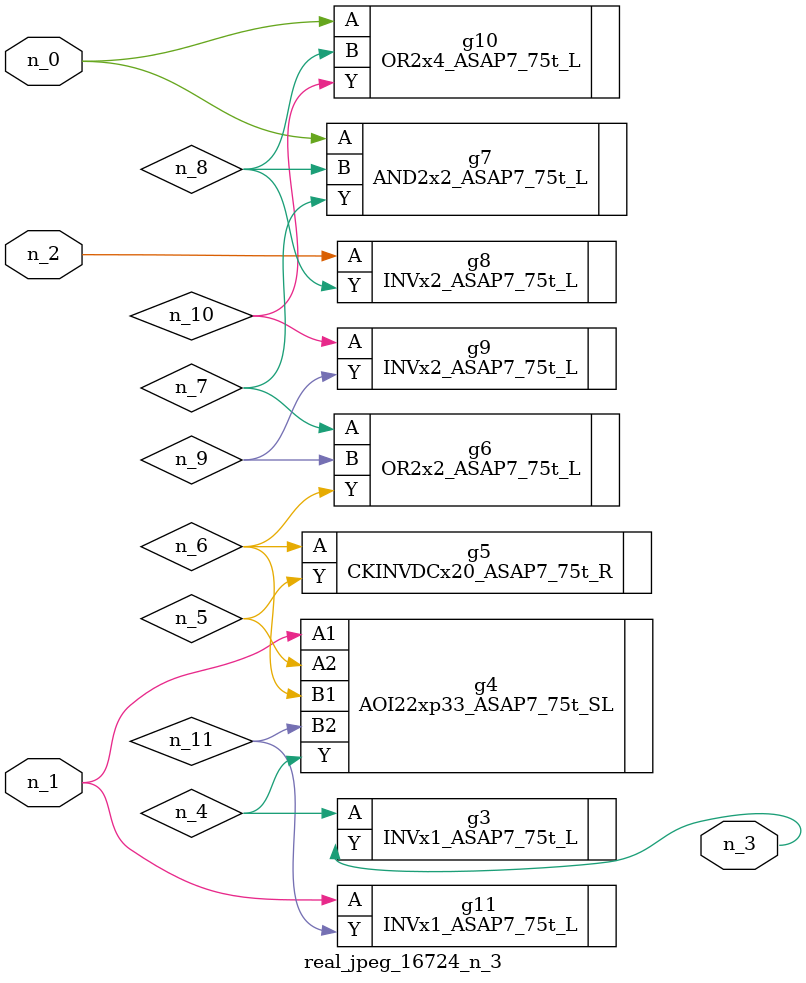
<source format=v>
module real_jpeg_16724_n_3 (n_1, n_0, n_2, n_3);

input n_1;
input n_0;
input n_2;

output n_3;

wire n_5;
wire n_8;
wire n_4;
wire n_11;
wire n_6;
wire n_7;
wire n_10;
wire n_9;

AND2x2_ASAP7_75t_L g7 ( 
.A(n_0),
.B(n_8),
.Y(n_7)
);

OR2x4_ASAP7_75t_L g10 ( 
.A(n_0),
.B(n_8),
.Y(n_10)
);

AOI22xp33_ASAP7_75t_SL g4 ( 
.A1(n_1),
.A2(n_5),
.B1(n_6),
.B2(n_11),
.Y(n_4)
);

INVx1_ASAP7_75t_L g11 ( 
.A(n_1),
.Y(n_11)
);

INVx2_ASAP7_75t_L g8 ( 
.A(n_2),
.Y(n_8)
);

INVx1_ASAP7_75t_L g3 ( 
.A(n_4),
.Y(n_3)
);

CKINVDCx20_ASAP7_75t_R g5 ( 
.A(n_6),
.Y(n_5)
);

OR2x2_ASAP7_75t_L g6 ( 
.A(n_7),
.B(n_9),
.Y(n_6)
);

INVx2_ASAP7_75t_L g9 ( 
.A(n_10),
.Y(n_9)
);


endmodule
</source>
